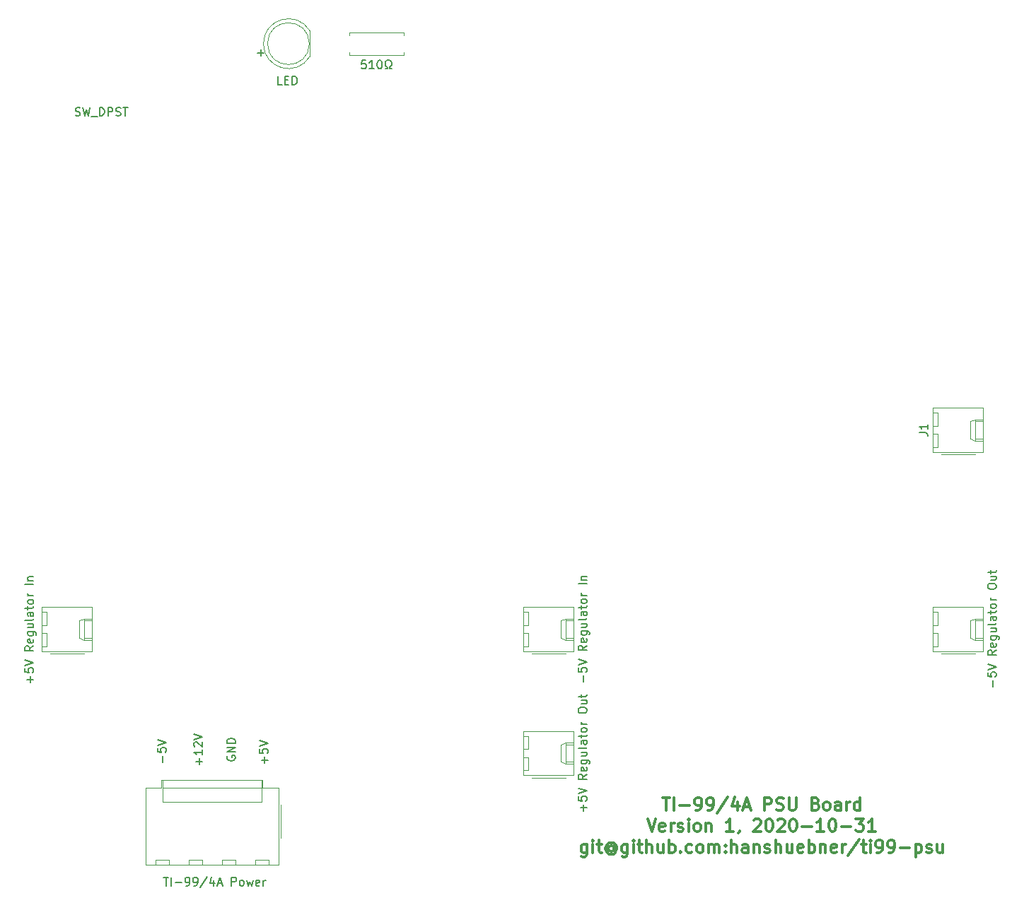
<source format=gbr>
G04 #@! TF.GenerationSoftware,KiCad,Pcbnew,(5.1.5-0-10_14)*
G04 #@! TF.CreationDate,2020-10-31T12:06:31+01:00*
G04 #@! TF.ProjectId,ti99-psu,74693939-2d70-4737-952e-6b696361645f,rev?*
G04 #@! TF.SameCoordinates,Original*
G04 #@! TF.FileFunction,Legend,Top*
G04 #@! TF.FilePolarity,Positive*
%FSLAX46Y46*%
G04 Gerber Fmt 4.6, Leading zero omitted, Abs format (unit mm)*
G04 Created by KiCad (PCBNEW (5.1.5-0-10_14)) date 2020-10-31 12:06:31*
%MOMM*%
%LPD*%
G04 APERTURE LIST*
%ADD10C,0.300000*%
%ADD11C,0.203000*%
%ADD12C,0.120000*%
%ADD13C,0.150000*%
G04 APERTURE END LIST*
D10*
X114309428Y-141980071D02*
X115166571Y-141980071D01*
X114738000Y-143480071D02*
X114738000Y-141980071D01*
X115666571Y-143480071D02*
X115666571Y-141980071D01*
X116380857Y-142908642D02*
X117523714Y-142908642D01*
X118309428Y-143480071D02*
X118595142Y-143480071D01*
X118738000Y-143408642D01*
X118809428Y-143337214D01*
X118952285Y-143122928D01*
X119023714Y-142837214D01*
X119023714Y-142265785D01*
X118952285Y-142122928D01*
X118880857Y-142051500D01*
X118738000Y-141980071D01*
X118452285Y-141980071D01*
X118309428Y-142051500D01*
X118238000Y-142122928D01*
X118166571Y-142265785D01*
X118166571Y-142622928D01*
X118238000Y-142765785D01*
X118309428Y-142837214D01*
X118452285Y-142908642D01*
X118738000Y-142908642D01*
X118880857Y-142837214D01*
X118952285Y-142765785D01*
X119023714Y-142622928D01*
X119738000Y-143480071D02*
X120023714Y-143480071D01*
X120166571Y-143408642D01*
X120238000Y-143337214D01*
X120380857Y-143122928D01*
X120452285Y-142837214D01*
X120452285Y-142265785D01*
X120380857Y-142122928D01*
X120309428Y-142051500D01*
X120166571Y-141980071D01*
X119880857Y-141980071D01*
X119738000Y-142051500D01*
X119666571Y-142122928D01*
X119595142Y-142265785D01*
X119595142Y-142622928D01*
X119666571Y-142765785D01*
X119738000Y-142837214D01*
X119880857Y-142908642D01*
X120166571Y-142908642D01*
X120309428Y-142837214D01*
X120380857Y-142765785D01*
X120452285Y-142622928D01*
X122166571Y-141908642D02*
X120880857Y-143837214D01*
X123309428Y-142480071D02*
X123309428Y-143480071D01*
X122952285Y-141908642D02*
X122595142Y-142980071D01*
X123523714Y-142980071D01*
X124023714Y-143051500D02*
X124738000Y-143051500D01*
X123880857Y-143480071D02*
X124380857Y-141980071D01*
X124880857Y-143480071D01*
X126523714Y-143480071D02*
X126523714Y-141980071D01*
X127095142Y-141980071D01*
X127238000Y-142051500D01*
X127309428Y-142122928D01*
X127380857Y-142265785D01*
X127380857Y-142480071D01*
X127309428Y-142622928D01*
X127238000Y-142694357D01*
X127095142Y-142765785D01*
X126523714Y-142765785D01*
X127952285Y-143408642D02*
X128166571Y-143480071D01*
X128523714Y-143480071D01*
X128666571Y-143408642D01*
X128738000Y-143337214D01*
X128809428Y-143194357D01*
X128809428Y-143051500D01*
X128738000Y-142908642D01*
X128666571Y-142837214D01*
X128523714Y-142765785D01*
X128238000Y-142694357D01*
X128095142Y-142622928D01*
X128023714Y-142551500D01*
X127952285Y-142408642D01*
X127952285Y-142265785D01*
X128023714Y-142122928D01*
X128095142Y-142051500D01*
X128238000Y-141980071D01*
X128595142Y-141980071D01*
X128809428Y-142051500D01*
X129452285Y-141980071D02*
X129452285Y-143194357D01*
X129523714Y-143337214D01*
X129595142Y-143408642D01*
X129738000Y-143480071D01*
X130023714Y-143480071D01*
X130166571Y-143408642D01*
X130238000Y-143337214D01*
X130309428Y-143194357D01*
X130309428Y-141980071D01*
X132666571Y-142694357D02*
X132880857Y-142765785D01*
X132952285Y-142837214D01*
X133023714Y-142980071D01*
X133023714Y-143194357D01*
X132952285Y-143337214D01*
X132880857Y-143408642D01*
X132738000Y-143480071D01*
X132166571Y-143480071D01*
X132166571Y-141980071D01*
X132666571Y-141980071D01*
X132809428Y-142051500D01*
X132880857Y-142122928D01*
X132952285Y-142265785D01*
X132952285Y-142408642D01*
X132880857Y-142551500D01*
X132809428Y-142622928D01*
X132666571Y-142694357D01*
X132166571Y-142694357D01*
X133880857Y-143480071D02*
X133738000Y-143408642D01*
X133666571Y-143337214D01*
X133595142Y-143194357D01*
X133595142Y-142765785D01*
X133666571Y-142622928D01*
X133738000Y-142551500D01*
X133880857Y-142480071D01*
X134095142Y-142480071D01*
X134238000Y-142551500D01*
X134309428Y-142622928D01*
X134380857Y-142765785D01*
X134380857Y-143194357D01*
X134309428Y-143337214D01*
X134238000Y-143408642D01*
X134095142Y-143480071D01*
X133880857Y-143480071D01*
X135666571Y-143480071D02*
X135666571Y-142694357D01*
X135595142Y-142551500D01*
X135452285Y-142480071D01*
X135166571Y-142480071D01*
X135023714Y-142551500D01*
X135666571Y-143408642D02*
X135523714Y-143480071D01*
X135166571Y-143480071D01*
X135023714Y-143408642D01*
X134952285Y-143265785D01*
X134952285Y-143122928D01*
X135023714Y-142980071D01*
X135166571Y-142908642D01*
X135523714Y-142908642D01*
X135666571Y-142837214D01*
X136380857Y-143480071D02*
X136380857Y-142480071D01*
X136380857Y-142765785D02*
X136452285Y-142622928D01*
X136523714Y-142551500D01*
X136666571Y-142480071D01*
X136809428Y-142480071D01*
X137952285Y-143480071D02*
X137952285Y-141980071D01*
X137952285Y-143408642D02*
X137809428Y-143480071D01*
X137523714Y-143480071D01*
X137380857Y-143408642D01*
X137309428Y-143337214D01*
X137238000Y-143194357D01*
X137238000Y-142765785D01*
X137309428Y-142622928D01*
X137380857Y-142551500D01*
X137523714Y-142480071D01*
X137809428Y-142480071D01*
X137952285Y-142551500D01*
X112523714Y-144530071D02*
X113023714Y-146030071D01*
X113523714Y-144530071D01*
X114595142Y-145958642D02*
X114452285Y-146030071D01*
X114166571Y-146030071D01*
X114023714Y-145958642D01*
X113952285Y-145815785D01*
X113952285Y-145244357D01*
X114023714Y-145101500D01*
X114166571Y-145030071D01*
X114452285Y-145030071D01*
X114595142Y-145101500D01*
X114666571Y-145244357D01*
X114666571Y-145387214D01*
X113952285Y-145530071D01*
X115309428Y-146030071D02*
X115309428Y-145030071D01*
X115309428Y-145315785D02*
X115380857Y-145172928D01*
X115452285Y-145101500D01*
X115595142Y-145030071D01*
X115737999Y-145030071D01*
X116166571Y-145958642D02*
X116309428Y-146030071D01*
X116595142Y-146030071D01*
X116737999Y-145958642D01*
X116809428Y-145815785D01*
X116809428Y-145744357D01*
X116737999Y-145601500D01*
X116595142Y-145530071D01*
X116380857Y-145530071D01*
X116237999Y-145458642D01*
X116166571Y-145315785D01*
X116166571Y-145244357D01*
X116237999Y-145101500D01*
X116380857Y-145030071D01*
X116595142Y-145030071D01*
X116737999Y-145101500D01*
X117452285Y-146030071D02*
X117452285Y-145030071D01*
X117452285Y-144530071D02*
X117380857Y-144601500D01*
X117452285Y-144672928D01*
X117523714Y-144601500D01*
X117452285Y-144530071D01*
X117452285Y-144672928D01*
X118380857Y-146030071D02*
X118237999Y-145958642D01*
X118166571Y-145887214D01*
X118095142Y-145744357D01*
X118095142Y-145315785D01*
X118166571Y-145172928D01*
X118237999Y-145101500D01*
X118380857Y-145030071D01*
X118595142Y-145030071D01*
X118738000Y-145101500D01*
X118809428Y-145172928D01*
X118880857Y-145315785D01*
X118880857Y-145744357D01*
X118809428Y-145887214D01*
X118738000Y-145958642D01*
X118595142Y-146030071D01*
X118380857Y-146030071D01*
X119523714Y-145030071D02*
X119523714Y-146030071D01*
X119523714Y-145172928D02*
X119595142Y-145101500D01*
X119738000Y-145030071D01*
X119952285Y-145030071D01*
X120095142Y-145101500D01*
X120166571Y-145244357D01*
X120166571Y-146030071D01*
X122809428Y-146030071D02*
X121952285Y-146030071D01*
X122380857Y-146030071D02*
X122380857Y-144530071D01*
X122238000Y-144744357D01*
X122095142Y-144887214D01*
X121952285Y-144958642D01*
X123523714Y-145958642D02*
X123523714Y-146030071D01*
X123452285Y-146172928D01*
X123380857Y-146244357D01*
X125238000Y-144672928D02*
X125309428Y-144601500D01*
X125452285Y-144530071D01*
X125809428Y-144530071D01*
X125952285Y-144601500D01*
X126023714Y-144672928D01*
X126095142Y-144815785D01*
X126095142Y-144958642D01*
X126023714Y-145172928D01*
X125166571Y-146030071D01*
X126095142Y-146030071D01*
X127023714Y-144530071D02*
X127166571Y-144530071D01*
X127309428Y-144601500D01*
X127380857Y-144672928D01*
X127452285Y-144815785D01*
X127523714Y-145101500D01*
X127523714Y-145458642D01*
X127452285Y-145744357D01*
X127380857Y-145887214D01*
X127309428Y-145958642D01*
X127166571Y-146030071D01*
X127023714Y-146030071D01*
X126880857Y-145958642D01*
X126809428Y-145887214D01*
X126738000Y-145744357D01*
X126666571Y-145458642D01*
X126666571Y-145101500D01*
X126738000Y-144815785D01*
X126809428Y-144672928D01*
X126880857Y-144601500D01*
X127023714Y-144530071D01*
X128095142Y-144672928D02*
X128166571Y-144601500D01*
X128309428Y-144530071D01*
X128666571Y-144530071D01*
X128809428Y-144601500D01*
X128880857Y-144672928D01*
X128952285Y-144815785D01*
X128952285Y-144958642D01*
X128880857Y-145172928D01*
X128023714Y-146030071D01*
X128952285Y-146030071D01*
X129880857Y-144530071D02*
X130023714Y-144530071D01*
X130166571Y-144601500D01*
X130238000Y-144672928D01*
X130309428Y-144815785D01*
X130380857Y-145101500D01*
X130380857Y-145458642D01*
X130309428Y-145744357D01*
X130238000Y-145887214D01*
X130166571Y-145958642D01*
X130023714Y-146030071D01*
X129880857Y-146030071D01*
X129738000Y-145958642D01*
X129666571Y-145887214D01*
X129595142Y-145744357D01*
X129523714Y-145458642D01*
X129523714Y-145101500D01*
X129595142Y-144815785D01*
X129666571Y-144672928D01*
X129738000Y-144601500D01*
X129880857Y-144530071D01*
X131023714Y-145458642D02*
X132166571Y-145458642D01*
X133666571Y-146030071D02*
X132809428Y-146030071D01*
X133238000Y-146030071D02*
X133238000Y-144530071D01*
X133095142Y-144744357D01*
X132952285Y-144887214D01*
X132809428Y-144958642D01*
X134595142Y-144530071D02*
X134738000Y-144530071D01*
X134880857Y-144601500D01*
X134952285Y-144672928D01*
X135023714Y-144815785D01*
X135095142Y-145101500D01*
X135095142Y-145458642D01*
X135023714Y-145744357D01*
X134952285Y-145887214D01*
X134880857Y-145958642D01*
X134738000Y-146030071D01*
X134595142Y-146030071D01*
X134452285Y-145958642D01*
X134380857Y-145887214D01*
X134309428Y-145744357D01*
X134238000Y-145458642D01*
X134238000Y-145101500D01*
X134309428Y-144815785D01*
X134380857Y-144672928D01*
X134452285Y-144601500D01*
X134595142Y-144530071D01*
X135738000Y-145458642D02*
X136880857Y-145458642D01*
X137452285Y-144530071D02*
X138380857Y-144530071D01*
X137880857Y-145101500D01*
X138095142Y-145101500D01*
X138238000Y-145172928D01*
X138309428Y-145244357D01*
X138380857Y-145387214D01*
X138380857Y-145744357D01*
X138309428Y-145887214D01*
X138238000Y-145958642D01*
X138095142Y-146030071D01*
X137666571Y-146030071D01*
X137523714Y-145958642D01*
X137452285Y-145887214D01*
X139809428Y-146030071D02*
X138952285Y-146030071D01*
X139380857Y-146030071D02*
X139380857Y-144530071D01*
X139238000Y-144744357D01*
X139095142Y-144887214D01*
X138952285Y-144958642D01*
X105273714Y-147580071D02*
X105273714Y-148794357D01*
X105202285Y-148937214D01*
X105130857Y-149008642D01*
X104988000Y-149080071D01*
X104773714Y-149080071D01*
X104630857Y-149008642D01*
X105273714Y-148508642D02*
X105130857Y-148580071D01*
X104845142Y-148580071D01*
X104702285Y-148508642D01*
X104630857Y-148437214D01*
X104559428Y-148294357D01*
X104559428Y-147865785D01*
X104630857Y-147722928D01*
X104702285Y-147651500D01*
X104845142Y-147580071D01*
X105130857Y-147580071D01*
X105273714Y-147651500D01*
X105988000Y-148580071D02*
X105988000Y-147580071D01*
X105988000Y-147080071D02*
X105916571Y-147151500D01*
X105988000Y-147222928D01*
X106059428Y-147151500D01*
X105988000Y-147080071D01*
X105988000Y-147222928D01*
X106488000Y-147580071D02*
X107059428Y-147580071D01*
X106702285Y-147080071D02*
X106702285Y-148365785D01*
X106773714Y-148508642D01*
X106916571Y-148580071D01*
X107059428Y-148580071D01*
X108488000Y-147865785D02*
X108416571Y-147794357D01*
X108273714Y-147722928D01*
X108130857Y-147722928D01*
X107988000Y-147794357D01*
X107916571Y-147865785D01*
X107845142Y-148008642D01*
X107845142Y-148151500D01*
X107916571Y-148294357D01*
X107988000Y-148365785D01*
X108130857Y-148437214D01*
X108273714Y-148437214D01*
X108416571Y-148365785D01*
X108488000Y-148294357D01*
X108488000Y-147722928D02*
X108488000Y-148294357D01*
X108559428Y-148365785D01*
X108630857Y-148365785D01*
X108773714Y-148294357D01*
X108845142Y-148151500D01*
X108845142Y-147794357D01*
X108702285Y-147580071D01*
X108488000Y-147437214D01*
X108202285Y-147365785D01*
X107916571Y-147437214D01*
X107702285Y-147580071D01*
X107559428Y-147794357D01*
X107488000Y-148080071D01*
X107559428Y-148365785D01*
X107702285Y-148580071D01*
X107916571Y-148722928D01*
X108202285Y-148794357D01*
X108488000Y-148722928D01*
X108702285Y-148580071D01*
X110130857Y-147580071D02*
X110130857Y-148794357D01*
X110059428Y-148937214D01*
X109988000Y-149008642D01*
X109845142Y-149080071D01*
X109630857Y-149080071D01*
X109488000Y-149008642D01*
X110130857Y-148508642D02*
X109988000Y-148580071D01*
X109702285Y-148580071D01*
X109559428Y-148508642D01*
X109488000Y-148437214D01*
X109416571Y-148294357D01*
X109416571Y-147865785D01*
X109488000Y-147722928D01*
X109559428Y-147651500D01*
X109702285Y-147580071D01*
X109988000Y-147580071D01*
X110130857Y-147651500D01*
X110845142Y-148580071D02*
X110845142Y-147580071D01*
X110845142Y-147080071D02*
X110773714Y-147151500D01*
X110845142Y-147222928D01*
X110916571Y-147151500D01*
X110845142Y-147080071D01*
X110845142Y-147222928D01*
X111345142Y-147580071D02*
X111916571Y-147580071D01*
X111559428Y-147080071D02*
X111559428Y-148365785D01*
X111630857Y-148508642D01*
X111773714Y-148580071D01*
X111916571Y-148580071D01*
X112416571Y-148580071D02*
X112416571Y-147080071D01*
X113059428Y-148580071D02*
X113059428Y-147794357D01*
X112988000Y-147651500D01*
X112845142Y-147580071D01*
X112630857Y-147580071D01*
X112488000Y-147651500D01*
X112416571Y-147722928D01*
X114416571Y-147580071D02*
X114416571Y-148580071D01*
X113773714Y-147580071D02*
X113773714Y-148365785D01*
X113845142Y-148508642D01*
X113988000Y-148580071D01*
X114202285Y-148580071D01*
X114345142Y-148508642D01*
X114416571Y-148437214D01*
X115130857Y-148580071D02*
X115130857Y-147080071D01*
X115130857Y-147651500D02*
X115273714Y-147580071D01*
X115559428Y-147580071D01*
X115702285Y-147651500D01*
X115773714Y-147722928D01*
X115845142Y-147865785D01*
X115845142Y-148294357D01*
X115773714Y-148437214D01*
X115702285Y-148508642D01*
X115559428Y-148580071D01*
X115273714Y-148580071D01*
X115130857Y-148508642D01*
X116488000Y-148437214D02*
X116559428Y-148508642D01*
X116488000Y-148580071D01*
X116416571Y-148508642D01*
X116488000Y-148437214D01*
X116488000Y-148580071D01*
X117845142Y-148508642D02*
X117702285Y-148580071D01*
X117416571Y-148580071D01*
X117273714Y-148508642D01*
X117202285Y-148437214D01*
X117130857Y-148294357D01*
X117130857Y-147865785D01*
X117202285Y-147722928D01*
X117273714Y-147651500D01*
X117416571Y-147580071D01*
X117702285Y-147580071D01*
X117845142Y-147651500D01*
X118702285Y-148580071D02*
X118559428Y-148508642D01*
X118488000Y-148437214D01*
X118416571Y-148294357D01*
X118416571Y-147865785D01*
X118488000Y-147722928D01*
X118559428Y-147651500D01*
X118702285Y-147580071D01*
X118916571Y-147580071D01*
X119059428Y-147651500D01*
X119130857Y-147722928D01*
X119202285Y-147865785D01*
X119202285Y-148294357D01*
X119130857Y-148437214D01*
X119059428Y-148508642D01*
X118916571Y-148580071D01*
X118702285Y-148580071D01*
X119845142Y-148580071D02*
X119845142Y-147580071D01*
X119845142Y-147722928D02*
X119916571Y-147651500D01*
X120059428Y-147580071D01*
X120273714Y-147580071D01*
X120416571Y-147651500D01*
X120488000Y-147794357D01*
X120488000Y-148580071D01*
X120488000Y-147794357D02*
X120559428Y-147651500D01*
X120702285Y-147580071D01*
X120916571Y-147580071D01*
X121059428Y-147651500D01*
X121130857Y-147794357D01*
X121130857Y-148580071D01*
X121845142Y-148437214D02*
X121916571Y-148508642D01*
X121845142Y-148580071D01*
X121773714Y-148508642D01*
X121845142Y-148437214D01*
X121845142Y-148580071D01*
X121845142Y-147651500D02*
X121916571Y-147722928D01*
X121845142Y-147794357D01*
X121773714Y-147722928D01*
X121845142Y-147651500D01*
X121845142Y-147794357D01*
X122559428Y-148580071D02*
X122559428Y-147080071D01*
X123202285Y-148580071D02*
X123202285Y-147794357D01*
X123130857Y-147651500D01*
X122988000Y-147580071D01*
X122773714Y-147580071D01*
X122630857Y-147651500D01*
X122559428Y-147722928D01*
X124559428Y-148580071D02*
X124559428Y-147794357D01*
X124488000Y-147651500D01*
X124345142Y-147580071D01*
X124059428Y-147580071D01*
X123916571Y-147651500D01*
X124559428Y-148508642D02*
X124416571Y-148580071D01*
X124059428Y-148580071D01*
X123916571Y-148508642D01*
X123845142Y-148365785D01*
X123845142Y-148222928D01*
X123916571Y-148080071D01*
X124059428Y-148008642D01*
X124416571Y-148008642D01*
X124559428Y-147937214D01*
X125273714Y-147580071D02*
X125273714Y-148580071D01*
X125273714Y-147722928D02*
X125345142Y-147651500D01*
X125488000Y-147580071D01*
X125702285Y-147580071D01*
X125845142Y-147651500D01*
X125916571Y-147794357D01*
X125916571Y-148580071D01*
X126559428Y-148508642D02*
X126702285Y-148580071D01*
X126988000Y-148580071D01*
X127130857Y-148508642D01*
X127202285Y-148365785D01*
X127202285Y-148294357D01*
X127130857Y-148151500D01*
X126988000Y-148080071D01*
X126773714Y-148080071D01*
X126630857Y-148008642D01*
X126559428Y-147865785D01*
X126559428Y-147794357D01*
X126630857Y-147651500D01*
X126773714Y-147580071D01*
X126988000Y-147580071D01*
X127130857Y-147651500D01*
X127845142Y-148580071D02*
X127845142Y-147080071D01*
X128488000Y-148580071D02*
X128488000Y-147794357D01*
X128416571Y-147651500D01*
X128273714Y-147580071D01*
X128059428Y-147580071D01*
X127916571Y-147651500D01*
X127845142Y-147722928D01*
X129845142Y-147580071D02*
X129845142Y-148580071D01*
X129202285Y-147580071D02*
X129202285Y-148365785D01*
X129273714Y-148508642D01*
X129416571Y-148580071D01*
X129630857Y-148580071D01*
X129773714Y-148508642D01*
X129845142Y-148437214D01*
X131130857Y-148508642D02*
X130988000Y-148580071D01*
X130702285Y-148580071D01*
X130559428Y-148508642D01*
X130488000Y-148365785D01*
X130488000Y-147794357D01*
X130559428Y-147651500D01*
X130702285Y-147580071D01*
X130988000Y-147580071D01*
X131130857Y-147651500D01*
X131202285Y-147794357D01*
X131202285Y-147937214D01*
X130488000Y-148080071D01*
X131845142Y-148580071D02*
X131845142Y-147080071D01*
X131845142Y-147651500D02*
X131988000Y-147580071D01*
X132273714Y-147580071D01*
X132416571Y-147651500D01*
X132488000Y-147722928D01*
X132559428Y-147865785D01*
X132559428Y-148294357D01*
X132488000Y-148437214D01*
X132416571Y-148508642D01*
X132273714Y-148580071D01*
X131988000Y-148580071D01*
X131845142Y-148508642D01*
X133202285Y-147580071D02*
X133202285Y-148580071D01*
X133202285Y-147722928D02*
X133273714Y-147651500D01*
X133416571Y-147580071D01*
X133630857Y-147580071D01*
X133773714Y-147651500D01*
X133845142Y-147794357D01*
X133845142Y-148580071D01*
X135130857Y-148508642D02*
X134988000Y-148580071D01*
X134702285Y-148580071D01*
X134559428Y-148508642D01*
X134488000Y-148365785D01*
X134488000Y-147794357D01*
X134559428Y-147651500D01*
X134702285Y-147580071D01*
X134988000Y-147580071D01*
X135130857Y-147651500D01*
X135202285Y-147794357D01*
X135202285Y-147937214D01*
X134488000Y-148080071D01*
X135845142Y-148580071D02*
X135845142Y-147580071D01*
X135845142Y-147865785D02*
X135916571Y-147722928D01*
X135988000Y-147651500D01*
X136130857Y-147580071D01*
X136273714Y-147580071D01*
X137845142Y-147008642D02*
X136559428Y-148937214D01*
X138130857Y-147580071D02*
X138702285Y-147580071D01*
X138345142Y-147080071D02*
X138345142Y-148365785D01*
X138416571Y-148508642D01*
X138559428Y-148580071D01*
X138702285Y-148580071D01*
X139202285Y-148580071D02*
X139202285Y-147580071D01*
X139202285Y-147080071D02*
X139130857Y-147151500D01*
X139202285Y-147222928D01*
X139273714Y-147151500D01*
X139202285Y-147080071D01*
X139202285Y-147222928D01*
X139988000Y-148580071D02*
X140273714Y-148580071D01*
X140416571Y-148508642D01*
X140488000Y-148437214D01*
X140630857Y-148222928D01*
X140702285Y-147937214D01*
X140702285Y-147365785D01*
X140630857Y-147222928D01*
X140559428Y-147151500D01*
X140416571Y-147080071D01*
X140130857Y-147080071D01*
X139988000Y-147151500D01*
X139916571Y-147222928D01*
X139845142Y-147365785D01*
X139845142Y-147722928D01*
X139916571Y-147865785D01*
X139988000Y-147937214D01*
X140130857Y-148008642D01*
X140416571Y-148008642D01*
X140559428Y-147937214D01*
X140630857Y-147865785D01*
X140702285Y-147722928D01*
X141416571Y-148580071D02*
X141702285Y-148580071D01*
X141845142Y-148508642D01*
X141916571Y-148437214D01*
X142059428Y-148222928D01*
X142130857Y-147937214D01*
X142130857Y-147365785D01*
X142059428Y-147222928D01*
X141988000Y-147151500D01*
X141845142Y-147080071D01*
X141559428Y-147080071D01*
X141416571Y-147151500D01*
X141345142Y-147222928D01*
X141273714Y-147365785D01*
X141273714Y-147722928D01*
X141345142Y-147865785D01*
X141416571Y-147937214D01*
X141559428Y-148008642D01*
X141845142Y-148008642D01*
X141988000Y-147937214D01*
X142059428Y-147865785D01*
X142130857Y-147722928D01*
X142773714Y-148008642D02*
X143916571Y-148008642D01*
X144630857Y-147580071D02*
X144630857Y-149080071D01*
X144630857Y-147651500D02*
X144773714Y-147580071D01*
X145059428Y-147580071D01*
X145202285Y-147651500D01*
X145273714Y-147722928D01*
X145345142Y-147865785D01*
X145345142Y-148294357D01*
X145273714Y-148437214D01*
X145202285Y-148508642D01*
X145059428Y-148580071D01*
X144773714Y-148580071D01*
X144630857Y-148508642D01*
X145916571Y-148508642D02*
X146059428Y-148580071D01*
X146345142Y-148580071D01*
X146488000Y-148508642D01*
X146559428Y-148365785D01*
X146559428Y-148294357D01*
X146488000Y-148151500D01*
X146345142Y-148080071D01*
X146130857Y-148080071D01*
X145988000Y-148008642D01*
X145916571Y-147865785D01*
X145916571Y-147794357D01*
X145988000Y-147651500D01*
X146130857Y-147580071D01*
X146345142Y-147580071D01*
X146488000Y-147651500D01*
X147845142Y-147580071D02*
X147845142Y-148580071D01*
X147202285Y-147580071D02*
X147202285Y-148365785D01*
X147273714Y-148508642D01*
X147416571Y-148580071D01*
X147630857Y-148580071D01*
X147773714Y-148508642D01*
X147845142Y-148437214D01*
D11*
X66682928Y-137869454D02*
X66682928Y-137107550D01*
X67063880Y-137488502D02*
X66301976Y-137488502D01*
X66063880Y-136155169D02*
X66063880Y-136631359D01*
X66540071Y-136678978D01*
X66492452Y-136631359D01*
X66444833Y-136536121D01*
X66444833Y-136298026D01*
X66492452Y-136202788D01*
X66540071Y-136155169D01*
X66635309Y-136107550D01*
X66873404Y-136107550D01*
X66968642Y-136155169D01*
X67016261Y-136202788D01*
X67063880Y-136298026D01*
X67063880Y-136536121D01*
X67016261Y-136631359D01*
X66968642Y-136678978D01*
X66063880Y-135821835D02*
X67063880Y-135488502D01*
X66063880Y-135155169D01*
X58846928Y-138004454D02*
X58846928Y-137242550D01*
X59227880Y-137623502D02*
X58465976Y-137623502D01*
X59227880Y-136242550D02*
X59227880Y-136813978D01*
X59227880Y-136528264D02*
X58227880Y-136528264D01*
X58370738Y-136623502D01*
X58465976Y-136718740D01*
X58513595Y-136813978D01*
X58323119Y-135861597D02*
X58275500Y-135813978D01*
X58227880Y-135718740D01*
X58227880Y-135480645D01*
X58275500Y-135385407D01*
X58323119Y-135337788D01*
X58418357Y-135290169D01*
X58513595Y-135290169D01*
X58656452Y-135337788D01*
X59227880Y-135909216D01*
X59227880Y-135290169D01*
X58227880Y-135004454D02*
X59227880Y-134671121D01*
X58227880Y-134337788D01*
X62212500Y-136979645D02*
X62164880Y-137074883D01*
X62164880Y-137217740D01*
X62212500Y-137360597D01*
X62307738Y-137455835D01*
X62402976Y-137503454D01*
X62593452Y-137551073D01*
X62736309Y-137551073D01*
X62926785Y-137503454D01*
X63022023Y-137455835D01*
X63117261Y-137360597D01*
X63164880Y-137217740D01*
X63164880Y-137122502D01*
X63117261Y-136979645D01*
X63069642Y-136932026D01*
X62736309Y-136932026D01*
X62736309Y-137122502D01*
X63164880Y-136503454D02*
X62164880Y-136503454D01*
X63164880Y-135932026D01*
X62164880Y-135932026D01*
X63164880Y-135455835D02*
X62164880Y-135455835D01*
X62164880Y-135217740D01*
X62212500Y-135074883D01*
X62307738Y-134979645D01*
X62402976Y-134932026D01*
X62593452Y-134884407D01*
X62736309Y-134884407D01*
X62926785Y-134932026D01*
X63022023Y-134979645D01*
X63117261Y-135074883D01*
X63164880Y-135217740D01*
X63164880Y-135455835D01*
X54490928Y-137742454D02*
X54490928Y-136980550D01*
X53871880Y-136028169D02*
X53871880Y-136504359D01*
X54348071Y-136551978D01*
X54300452Y-136504359D01*
X54252833Y-136409121D01*
X54252833Y-136171026D01*
X54300452Y-136075788D01*
X54348071Y-136028169D01*
X54443309Y-135980550D01*
X54681404Y-135980550D01*
X54776642Y-136028169D01*
X54824261Y-136075788D01*
X54871880Y-136171026D01*
X54871880Y-136409121D01*
X54824261Y-136504359D01*
X54776642Y-136551978D01*
X53871880Y-135694835D02*
X54871880Y-135361502D01*
X53871880Y-135028169D01*
X65838545Y-52712928D02*
X66600450Y-52712928D01*
X66219497Y-53093880D02*
X66219497Y-52331976D01*
D12*
X72092500Y-53170500D02*
X72092500Y-50080500D01*
X72032500Y-51625500D02*
G75*
G03X72032500Y-51625500I-2500000J0D01*
G01*
X66542500Y-51625962D02*
G75*
G02X72092500Y-50080670I2990000J462D01*
G01*
X66542500Y-51625038D02*
G75*
G03X72092500Y-53170330I2990000J-462D01*
G01*
X53660000Y-149463500D02*
X53660000Y-150063500D01*
X55260000Y-149463500D02*
X53660000Y-149463500D01*
X55260000Y-150063500D02*
X55260000Y-149463500D01*
X57620000Y-149463500D02*
X57620000Y-150063500D01*
X59220000Y-149463500D02*
X57620000Y-149463500D01*
X59220000Y-150063500D02*
X59220000Y-149463500D01*
X61580000Y-149463500D02*
X61580000Y-150063500D01*
X63180000Y-149463500D02*
X61580000Y-149463500D01*
X63180000Y-150063500D02*
X63180000Y-149463500D01*
X65540000Y-149463500D02*
X65540000Y-150063500D01*
X67140000Y-149463500D02*
X65540000Y-149463500D01*
X67140000Y-150063500D02*
X67140000Y-149463500D01*
X54460000Y-142503500D02*
X54460000Y-140833500D01*
X66340000Y-142503500D02*
X54460000Y-142503500D01*
X66340000Y-140833500D02*
X66340000Y-142503500D01*
X54460000Y-140833500D02*
X54460000Y-139833500D01*
X66340000Y-140833500D02*
X54460000Y-140833500D01*
X66340000Y-139833500D02*
X66340000Y-140833500D01*
X68650000Y-146843500D02*
X68650000Y-142843500D01*
X68360000Y-140838500D02*
X68360000Y-150063500D01*
X66455000Y-140838500D02*
X68360000Y-140838500D01*
X66455000Y-139833500D02*
X66455000Y-140838500D01*
X54345000Y-139833500D02*
X66455000Y-139833500D01*
X54345000Y-140838500D02*
X54345000Y-139833500D01*
X52440000Y-140838500D02*
X54345000Y-140838500D01*
X52440000Y-150063500D02*
X52440000Y-140838500D01*
X68360000Y-150063500D02*
X52440000Y-150063500D01*
X83343500Y-52995500D02*
X83343500Y-52665500D01*
X76803500Y-52995500D02*
X83343500Y-52995500D01*
X76803500Y-52665500D02*
X76803500Y-52995500D01*
X83343500Y-50255500D02*
X83343500Y-50585500D01*
X76803500Y-50255500D02*
X83343500Y-50255500D01*
X76803500Y-50585500D02*
X76803500Y-50255500D01*
X98281000Y-134582000D02*
X97681000Y-134582000D01*
X98281000Y-136182000D02*
X98281000Y-134582000D01*
X97681000Y-136182000D02*
X98281000Y-136182000D01*
X98281000Y-137122000D02*
X97681000Y-137122000D01*
X98281000Y-138722000D02*
X98281000Y-137122000D01*
X97681000Y-138722000D02*
X98281000Y-138722000D01*
X103701000Y-135632000D02*
X102701000Y-135632000D01*
X103701000Y-137672000D02*
X102701000Y-137672000D01*
X102171000Y-135632000D02*
X102701000Y-135382000D01*
X102171000Y-137672000D02*
X102171000Y-135632000D01*
X102701000Y-137922000D02*
X102171000Y-137672000D01*
X102701000Y-135382000D02*
X103701000Y-135382000D01*
X102701000Y-137922000D02*
X102701000Y-135382000D01*
X103701000Y-137922000D02*
X102701000Y-137922000D01*
X98711000Y-139592000D02*
X102711000Y-139592000D01*
X97681000Y-134002000D02*
X97681000Y-139302000D01*
X103701000Y-134002000D02*
X97681000Y-134002000D01*
X103701000Y-139302000D02*
X103701000Y-134002000D01*
X97681000Y-139302000D02*
X103701000Y-139302000D01*
X147303000Y-119723000D02*
X146703000Y-119723000D01*
X147303000Y-121323000D02*
X147303000Y-119723000D01*
X146703000Y-121323000D02*
X147303000Y-121323000D01*
X147303000Y-122263000D02*
X146703000Y-122263000D01*
X147303000Y-123863000D02*
X147303000Y-122263000D01*
X146703000Y-123863000D02*
X147303000Y-123863000D01*
X152723000Y-120773000D02*
X151723000Y-120773000D01*
X152723000Y-122813000D02*
X151723000Y-122813000D01*
X151193000Y-120773000D02*
X151723000Y-120523000D01*
X151193000Y-122813000D02*
X151193000Y-120773000D01*
X151723000Y-123063000D02*
X151193000Y-122813000D01*
X151723000Y-120523000D02*
X152723000Y-120523000D01*
X151723000Y-123063000D02*
X151723000Y-120523000D01*
X152723000Y-123063000D02*
X151723000Y-123063000D01*
X147733000Y-124733000D02*
X151733000Y-124733000D01*
X146703000Y-119143000D02*
X146703000Y-124443000D01*
X152723000Y-119143000D02*
X146703000Y-119143000D01*
X152723000Y-124443000D02*
X152723000Y-119143000D01*
X146703000Y-124443000D02*
X152723000Y-124443000D01*
X40623000Y-119723000D02*
X40023000Y-119723000D01*
X40623000Y-121323000D02*
X40623000Y-119723000D01*
X40023000Y-121323000D02*
X40623000Y-121323000D01*
X40623000Y-122263000D02*
X40023000Y-122263000D01*
X40623000Y-123863000D02*
X40623000Y-122263000D01*
X40023000Y-123863000D02*
X40623000Y-123863000D01*
X46043000Y-120773000D02*
X45043000Y-120773000D01*
X46043000Y-122813000D02*
X45043000Y-122813000D01*
X44513000Y-120773000D02*
X45043000Y-120523000D01*
X44513000Y-122813000D02*
X44513000Y-120773000D01*
X45043000Y-123063000D02*
X44513000Y-122813000D01*
X45043000Y-120523000D02*
X46043000Y-120523000D01*
X45043000Y-123063000D02*
X45043000Y-120523000D01*
X46043000Y-123063000D02*
X45043000Y-123063000D01*
X41053000Y-124733000D02*
X45053000Y-124733000D01*
X40023000Y-119143000D02*
X40023000Y-124443000D01*
X46043000Y-119143000D02*
X40023000Y-119143000D01*
X46043000Y-124443000D02*
X46043000Y-119143000D01*
X40023000Y-124443000D02*
X46043000Y-124443000D01*
X98281000Y-119723000D02*
X97681000Y-119723000D01*
X98281000Y-121323000D02*
X98281000Y-119723000D01*
X97681000Y-121323000D02*
X98281000Y-121323000D01*
X98281000Y-122263000D02*
X97681000Y-122263000D01*
X98281000Y-123863000D02*
X98281000Y-122263000D01*
X97681000Y-123863000D02*
X98281000Y-123863000D01*
X103701000Y-120773000D02*
X102701000Y-120773000D01*
X103701000Y-122813000D02*
X102701000Y-122813000D01*
X102171000Y-120773000D02*
X102701000Y-120523000D01*
X102171000Y-122813000D02*
X102171000Y-120773000D01*
X102701000Y-123063000D02*
X102171000Y-122813000D01*
X102701000Y-120523000D02*
X103701000Y-120523000D01*
X102701000Y-123063000D02*
X102701000Y-120523000D01*
X103701000Y-123063000D02*
X102701000Y-123063000D01*
X98711000Y-124733000D02*
X102711000Y-124733000D01*
X97681000Y-119143000D02*
X97681000Y-124443000D01*
X103701000Y-119143000D02*
X97681000Y-119143000D01*
X103701000Y-124443000D02*
X103701000Y-119143000D01*
X97681000Y-124443000D02*
X103701000Y-124443000D01*
X147303000Y-95847000D02*
X146703000Y-95847000D01*
X147303000Y-97447000D02*
X147303000Y-95847000D01*
X146703000Y-97447000D02*
X147303000Y-97447000D01*
X147303000Y-98387000D02*
X146703000Y-98387000D01*
X147303000Y-99987000D02*
X147303000Y-98387000D01*
X146703000Y-99987000D02*
X147303000Y-99987000D01*
X152723000Y-96897000D02*
X151723000Y-96897000D01*
X152723000Y-98937000D02*
X151723000Y-98937000D01*
X151193000Y-96897000D02*
X151723000Y-96647000D01*
X151193000Y-98937000D02*
X151193000Y-96897000D01*
X151723000Y-99187000D02*
X151193000Y-98937000D01*
X151723000Y-96647000D02*
X152723000Y-96647000D01*
X151723000Y-99187000D02*
X151723000Y-96647000D01*
X152723000Y-99187000D02*
X151723000Y-99187000D01*
X147733000Y-100857000D02*
X151733000Y-100857000D01*
X146703000Y-95267000D02*
X146703000Y-100567000D01*
X152723000Y-95267000D02*
X146703000Y-95267000D01*
X152723000Y-100567000D02*
X152723000Y-95267000D01*
X146703000Y-100567000D02*
X152723000Y-100567000D01*
D13*
X68762642Y-56522880D02*
X68286452Y-56522880D01*
X68286452Y-55522880D01*
X69095976Y-55999071D02*
X69429309Y-55999071D01*
X69572166Y-56522880D02*
X69095976Y-56522880D01*
X69095976Y-55522880D01*
X69572166Y-55522880D01*
X70000738Y-56522880D02*
X70000738Y-55522880D01*
X70238833Y-55522880D01*
X70381690Y-55570500D01*
X70476928Y-55665738D01*
X70524547Y-55760976D01*
X70572166Y-55951452D01*
X70572166Y-56094309D01*
X70524547Y-56284785D01*
X70476928Y-56380023D01*
X70381690Y-56475261D01*
X70238833Y-56522880D01*
X70000738Y-56522880D01*
X44021761Y-60221761D02*
X44164619Y-60269380D01*
X44402714Y-60269380D01*
X44497952Y-60221761D01*
X44545571Y-60174142D01*
X44593190Y-60078904D01*
X44593190Y-59983666D01*
X44545571Y-59888428D01*
X44497952Y-59840809D01*
X44402714Y-59793190D01*
X44212238Y-59745571D01*
X44117000Y-59697952D01*
X44069380Y-59650333D01*
X44021761Y-59555095D01*
X44021761Y-59459857D01*
X44069380Y-59364619D01*
X44117000Y-59317000D01*
X44212238Y-59269380D01*
X44450333Y-59269380D01*
X44593190Y-59317000D01*
X44926523Y-59269380D02*
X45164619Y-60269380D01*
X45355095Y-59555095D01*
X45545571Y-60269380D01*
X45783666Y-59269380D01*
X45926523Y-60364619D02*
X46688428Y-60364619D01*
X46926523Y-60269380D02*
X46926523Y-59269380D01*
X47164619Y-59269380D01*
X47307476Y-59317000D01*
X47402714Y-59412238D01*
X47450333Y-59507476D01*
X47497952Y-59697952D01*
X47497952Y-59840809D01*
X47450333Y-60031285D01*
X47402714Y-60126523D01*
X47307476Y-60221761D01*
X47164619Y-60269380D01*
X46926523Y-60269380D01*
X47926523Y-60269380D02*
X47926523Y-59269380D01*
X48307476Y-59269380D01*
X48402714Y-59317000D01*
X48450333Y-59364619D01*
X48497952Y-59459857D01*
X48497952Y-59602714D01*
X48450333Y-59697952D01*
X48402714Y-59745571D01*
X48307476Y-59793190D01*
X47926523Y-59793190D01*
X48878904Y-60221761D02*
X49021761Y-60269380D01*
X49259857Y-60269380D01*
X49355095Y-60221761D01*
X49402714Y-60174142D01*
X49450333Y-60078904D01*
X49450333Y-59983666D01*
X49402714Y-59888428D01*
X49355095Y-59840809D01*
X49259857Y-59793190D01*
X49069380Y-59745571D01*
X48974142Y-59697952D01*
X48926523Y-59650333D01*
X48878904Y-59555095D01*
X48878904Y-59459857D01*
X48926523Y-59364619D01*
X48974142Y-59317000D01*
X49069380Y-59269380D01*
X49307476Y-59269380D01*
X49450333Y-59317000D01*
X49736047Y-59269380D02*
X50307476Y-59269380D01*
X50021761Y-60269380D02*
X50021761Y-59269380D01*
X54586952Y-151534880D02*
X55158380Y-151534880D01*
X54872666Y-152534880D02*
X54872666Y-151534880D01*
X55491714Y-152534880D02*
X55491714Y-151534880D01*
X55967904Y-152153928D02*
X56729809Y-152153928D01*
X57253619Y-152534880D02*
X57444095Y-152534880D01*
X57539333Y-152487261D01*
X57586952Y-152439642D01*
X57682190Y-152296785D01*
X57729809Y-152106309D01*
X57729809Y-151725357D01*
X57682190Y-151630119D01*
X57634571Y-151582500D01*
X57539333Y-151534880D01*
X57348857Y-151534880D01*
X57253619Y-151582500D01*
X57206000Y-151630119D01*
X57158380Y-151725357D01*
X57158380Y-151963452D01*
X57206000Y-152058690D01*
X57253619Y-152106309D01*
X57348857Y-152153928D01*
X57539333Y-152153928D01*
X57634571Y-152106309D01*
X57682190Y-152058690D01*
X57729809Y-151963452D01*
X58206000Y-152534880D02*
X58396476Y-152534880D01*
X58491714Y-152487261D01*
X58539333Y-152439642D01*
X58634571Y-152296785D01*
X58682190Y-152106309D01*
X58682190Y-151725357D01*
X58634571Y-151630119D01*
X58586952Y-151582500D01*
X58491714Y-151534880D01*
X58301238Y-151534880D01*
X58206000Y-151582500D01*
X58158380Y-151630119D01*
X58110761Y-151725357D01*
X58110761Y-151963452D01*
X58158380Y-152058690D01*
X58206000Y-152106309D01*
X58301238Y-152153928D01*
X58491714Y-152153928D01*
X58586952Y-152106309D01*
X58634571Y-152058690D01*
X58682190Y-151963452D01*
X59825047Y-151487261D02*
X58967904Y-152772976D01*
X60586952Y-151868214D02*
X60586952Y-152534880D01*
X60348857Y-151487261D02*
X60110761Y-152201547D01*
X60729809Y-152201547D01*
X61063142Y-152249166D02*
X61539333Y-152249166D01*
X60967904Y-152534880D02*
X61301238Y-151534880D01*
X61634571Y-152534880D01*
X62729809Y-152534880D02*
X62729809Y-151534880D01*
X63110761Y-151534880D01*
X63206000Y-151582500D01*
X63253619Y-151630119D01*
X63301238Y-151725357D01*
X63301238Y-151868214D01*
X63253619Y-151963452D01*
X63206000Y-152011071D01*
X63110761Y-152058690D01*
X62729809Y-152058690D01*
X63872666Y-152534880D02*
X63777428Y-152487261D01*
X63729809Y-152439642D01*
X63682190Y-152344404D01*
X63682190Y-152058690D01*
X63729809Y-151963452D01*
X63777428Y-151915833D01*
X63872666Y-151868214D01*
X64015523Y-151868214D01*
X64110761Y-151915833D01*
X64158380Y-151963452D01*
X64206000Y-152058690D01*
X64206000Y-152344404D01*
X64158380Y-152439642D01*
X64110761Y-152487261D01*
X64015523Y-152534880D01*
X63872666Y-152534880D01*
X64539333Y-151868214D02*
X64729809Y-152534880D01*
X64920285Y-152058690D01*
X65110761Y-152534880D01*
X65301238Y-151868214D01*
X66063142Y-152487261D02*
X65967904Y-152534880D01*
X65777428Y-152534880D01*
X65682190Y-152487261D01*
X65634571Y-152392023D01*
X65634571Y-152011071D01*
X65682190Y-151915833D01*
X65777428Y-151868214D01*
X65967904Y-151868214D01*
X66063142Y-151915833D01*
X66110761Y-152011071D01*
X66110761Y-152106309D01*
X65634571Y-152201547D01*
X66539333Y-152534880D02*
X66539333Y-151868214D01*
X66539333Y-152058690D02*
X66586952Y-151963452D01*
X66634571Y-151915833D01*
X66729809Y-151868214D01*
X66825047Y-151868214D01*
X78787785Y-53617880D02*
X78311595Y-53617880D01*
X78263976Y-54094071D01*
X78311595Y-54046452D01*
X78406833Y-53998833D01*
X78644928Y-53998833D01*
X78740166Y-54046452D01*
X78787785Y-54094071D01*
X78835404Y-54189309D01*
X78835404Y-54427404D01*
X78787785Y-54522642D01*
X78740166Y-54570261D01*
X78644928Y-54617880D01*
X78406833Y-54617880D01*
X78311595Y-54570261D01*
X78263976Y-54522642D01*
X79787785Y-54617880D02*
X79216357Y-54617880D01*
X79502071Y-54617880D02*
X79502071Y-53617880D01*
X79406833Y-53760738D01*
X79311595Y-53855976D01*
X79216357Y-53903595D01*
X80406833Y-53617880D02*
X80502071Y-53617880D01*
X80597309Y-53665500D01*
X80644928Y-53713119D01*
X80692547Y-53808357D01*
X80740166Y-53998833D01*
X80740166Y-54236928D01*
X80692547Y-54427404D01*
X80644928Y-54522642D01*
X80597309Y-54570261D01*
X80502071Y-54617880D01*
X80406833Y-54617880D01*
X80311595Y-54570261D01*
X80263976Y-54522642D01*
X80216357Y-54427404D01*
X80168738Y-54236928D01*
X80168738Y-53998833D01*
X80216357Y-53808357D01*
X80263976Y-53713119D01*
X80311595Y-53665500D01*
X80406833Y-53617880D01*
X81121119Y-54617880D02*
X81359214Y-54617880D01*
X81359214Y-54427404D01*
X81263976Y-54379785D01*
X81168738Y-54284547D01*
X81121119Y-54141690D01*
X81121119Y-53903595D01*
X81168738Y-53760738D01*
X81263976Y-53665500D01*
X81406833Y-53617880D01*
X81597309Y-53617880D01*
X81740166Y-53665500D01*
X81835404Y-53760738D01*
X81883023Y-53903595D01*
X81883023Y-54141690D01*
X81835404Y-54284547D01*
X81740166Y-54379785D01*
X81644928Y-54427404D01*
X81644928Y-54617880D01*
X81883023Y-54617880D01*
X104862428Y-143556761D02*
X104862428Y-142794857D01*
X105243380Y-143175809D02*
X104481476Y-143175809D01*
X104243380Y-141842476D02*
X104243380Y-142318666D01*
X104719571Y-142366285D01*
X104671952Y-142318666D01*
X104624333Y-142223428D01*
X104624333Y-141985333D01*
X104671952Y-141890095D01*
X104719571Y-141842476D01*
X104814809Y-141794857D01*
X105052904Y-141794857D01*
X105148142Y-141842476D01*
X105195761Y-141890095D01*
X105243380Y-141985333D01*
X105243380Y-142223428D01*
X105195761Y-142318666D01*
X105148142Y-142366285D01*
X104243380Y-141509142D02*
X105243380Y-141175809D01*
X104243380Y-140842476D01*
X105243380Y-139175809D02*
X104767190Y-139509142D01*
X105243380Y-139747238D02*
X104243380Y-139747238D01*
X104243380Y-139366285D01*
X104291000Y-139271047D01*
X104338619Y-139223428D01*
X104433857Y-139175809D01*
X104576714Y-139175809D01*
X104671952Y-139223428D01*
X104719571Y-139271047D01*
X104767190Y-139366285D01*
X104767190Y-139747238D01*
X105195761Y-138366285D02*
X105243380Y-138461523D01*
X105243380Y-138652000D01*
X105195761Y-138747238D01*
X105100523Y-138794857D01*
X104719571Y-138794857D01*
X104624333Y-138747238D01*
X104576714Y-138652000D01*
X104576714Y-138461523D01*
X104624333Y-138366285D01*
X104719571Y-138318666D01*
X104814809Y-138318666D01*
X104910047Y-138794857D01*
X104576714Y-137461523D02*
X105386238Y-137461523D01*
X105481476Y-137509142D01*
X105529095Y-137556761D01*
X105576714Y-137652000D01*
X105576714Y-137794857D01*
X105529095Y-137890095D01*
X105195761Y-137461523D02*
X105243380Y-137556761D01*
X105243380Y-137747238D01*
X105195761Y-137842476D01*
X105148142Y-137890095D01*
X105052904Y-137937714D01*
X104767190Y-137937714D01*
X104671952Y-137890095D01*
X104624333Y-137842476D01*
X104576714Y-137747238D01*
X104576714Y-137556761D01*
X104624333Y-137461523D01*
X104576714Y-136556761D02*
X105243380Y-136556761D01*
X104576714Y-136985333D02*
X105100523Y-136985333D01*
X105195761Y-136937714D01*
X105243380Y-136842476D01*
X105243380Y-136699619D01*
X105195761Y-136604380D01*
X105148142Y-136556761D01*
X105243380Y-135937714D02*
X105195761Y-136032952D01*
X105100523Y-136080571D01*
X104243380Y-136080571D01*
X105243380Y-135128190D02*
X104719571Y-135128190D01*
X104624333Y-135175809D01*
X104576714Y-135271047D01*
X104576714Y-135461523D01*
X104624333Y-135556761D01*
X105195761Y-135128190D02*
X105243380Y-135223428D01*
X105243380Y-135461523D01*
X105195761Y-135556761D01*
X105100523Y-135604380D01*
X105005285Y-135604380D01*
X104910047Y-135556761D01*
X104862428Y-135461523D01*
X104862428Y-135223428D01*
X104814809Y-135128190D01*
X104576714Y-134794857D02*
X104576714Y-134413904D01*
X104243380Y-134652000D02*
X105100523Y-134652000D01*
X105195761Y-134604380D01*
X105243380Y-134509142D01*
X105243380Y-134413904D01*
X105243380Y-133937714D02*
X105195761Y-134032952D01*
X105148142Y-134080571D01*
X105052904Y-134128190D01*
X104767190Y-134128190D01*
X104671952Y-134080571D01*
X104624333Y-134032952D01*
X104576714Y-133937714D01*
X104576714Y-133794857D01*
X104624333Y-133699619D01*
X104671952Y-133652000D01*
X104767190Y-133604380D01*
X105052904Y-133604380D01*
X105148142Y-133652000D01*
X105195761Y-133699619D01*
X105243380Y-133794857D01*
X105243380Y-133937714D01*
X105243380Y-133175809D02*
X104576714Y-133175809D01*
X104767190Y-133175809D02*
X104671952Y-133128190D01*
X104624333Y-133080571D01*
X104576714Y-132985333D01*
X104576714Y-132890095D01*
X104243380Y-131604380D02*
X104243380Y-131413904D01*
X104291000Y-131318666D01*
X104386238Y-131223428D01*
X104576714Y-131175809D01*
X104910047Y-131175809D01*
X105100523Y-131223428D01*
X105195761Y-131318666D01*
X105243380Y-131413904D01*
X105243380Y-131604380D01*
X105195761Y-131699619D01*
X105100523Y-131794857D01*
X104910047Y-131842476D01*
X104576714Y-131842476D01*
X104386238Y-131794857D01*
X104291000Y-131699619D01*
X104243380Y-131604380D01*
X104576714Y-130318666D02*
X105243380Y-130318666D01*
X104576714Y-130747238D02*
X105100523Y-130747238D01*
X105195761Y-130699619D01*
X105243380Y-130604380D01*
X105243380Y-130461523D01*
X105195761Y-130366285D01*
X105148142Y-130318666D01*
X104576714Y-129985333D02*
X104576714Y-129604380D01*
X104243380Y-129842476D02*
X105100523Y-129842476D01*
X105195761Y-129794857D01*
X105243380Y-129699619D01*
X105243380Y-129604380D01*
X153884428Y-128697761D02*
X153884428Y-127935857D01*
X153265380Y-126983476D02*
X153265380Y-127459666D01*
X153741571Y-127507285D01*
X153693952Y-127459666D01*
X153646333Y-127364428D01*
X153646333Y-127126333D01*
X153693952Y-127031095D01*
X153741571Y-126983476D01*
X153836809Y-126935857D01*
X154074904Y-126935857D01*
X154170142Y-126983476D01*
X154217761Y-127031095D01*
X154265380Y-127126333D01*
X154265380Y-127364428D01*
X154217761Y-127459666D01*
X154170142Y-127507285D01*
X153265380Y-126650142D02*
X154265380Y-126316809D01*
X153265380Y-125983476D01*
X154265380Y-124316809D02*
X153789190Y-124650142D01*
X154265380Y-124888238D02*
X153265380Y-124888238D01*
X153265380Y-124507285D01*
X153313000Y-124412047D01*
X153360619Y-124364428D01*
X153455857Y-124316809D01*
X153598714Y-124316809D01*
X153693952Y-124364428D01*
X153741571Y-124412047D01*
X153789190Y-124507285D01*
X153789190Y-124888238D01*
X154217761Y-123507285D02*
X154265380Y-123602523D01*
X154265380Y-123793000D01*
X154217761Y-123888238D01*
X154122523Y-123935857D01*
X153741571Y-123935857D01*
X153646333Y-123888238D01*
X153598714Y-123793000D01*
X153598714Y-123602523D01*
X153646333Y-123507285D01*
X153741571Y-123459666D01*
X153836809Y-123459666D01*
X153932047Y-123935857D01*
X153598714Y-122602523D02*
X154408238Y-122602523D01*
X154503476Y-122650142D01*
X154551095Y-122697761D01*
X154598714Y-122793000D01*
X154598714Y-122935857D01*
X154551095Y-123031095D01*
X154217761Y-122602523D02*
X154265380Y-122697761D01*
X154265380Y-122888238D01*
X154217761Y-122983476D01*
X154170142Y-123031095D01*
X154074904Y-123078714D01*
X153789190Y-123078714D01*
X153693952Y-123031095D01*
X153646333Y-122983476D01*
X153598714Y-122888238D01*
X153598714Y-122697761D01*
X153646333Y-122602523D01*
X153598714Y-121697761D02*
X154265380Y-121697761D01*
X153598714Y-122126333D02*
X154122523Y-122126333D01*
X154217761Y-122078714D01*
X154265380Y-121983476D01*
X154265380Y-121840619D01*
X154217761Y-121745380D01*
X154170142Y-121697761D01*
X154265380Y-121078714D02*
X154217761Y-121173952D01*
X154122523Y-121221571D01*
X153265380Y-121221571D01*
X154265380Y-120269190D02*
X153741571Y-120269190D01*
X153646333Y-120316809D01*
X153598714Y-120412047D01*
X153598714Y-120602523D01*
X153646333Y-120697761D01*
X154217761Y-120269190D02*
X154265380Y-120364428D01*
X154265380Y-120602523D01*
X154217761Y-120697761D01*
X154122523Y-120745380D01*
X154027285Y-120745380D01*
X153932047Y-120697761D01*
X153884428Y-120602523D01*
X153884428Y-120364428D01*
X153836809Y-120269190D01*
X153598714Y-119935857D02*
X153598714Y-119554904D01*
X153265380Y-119793000D02*
X154122523Y-119793000D01*
X154217761Y-119745380D01*
X154265380Y-119650142D01*
X154265380Y-119554904D01*
X154265380Y-119078714D02*
X154217761Y-119173952D01*
X154170142Y-119221571D01*
X154074904Y-119269190D01*
X153789190Y-119269190D01*
X153693952Y-119221571D01*
X153646333Y-119173952D01*
X153598714Y-119078714D01*
X153598714Y-118935857D01*
X153646333Y-118840619D01*
X153693952Y-118793000D01*
X153789190Y-118745380D01*
X154074904Y-118745380D01*
X154170142Y-118793000D01*
X154217761Y-118840619D01*
X154265380Y-118935857D01*
X154265380Y-119078714D01*
X154265380Y-118316809D02*
X153598714Y-118316809D01*
X153789190Y-118316809D02*
X153693952Y-118269190D01*
X153646333Y-118221571D01*
X153598714Y-118126333D01*
X153598714Y-118031095D01*
X153265380Y-116745380D02*
X153265380Y-116554904D01*
X153313000Y-116459666D01*
X153408238Y-116364428D01*
X153598714Y-116316809D01*
X153932047Y-116316809D01*
X154122523Y-116364428D01*
X154217761Y-116459666D01*
X154265380Y-116554904D01*
X154265380Y-116745380D01*
X154217761Y-116840619D01*
X154122523Y-116935857D01*
X153932047Y-116983476D01*
X153598714Y-116983476D01*
X153408238Y-116935857D01*
X153313000Y-116840619D01*
X153265380Y-116745380D01*
X153598714Y-115459666D02*
X154265380Y-115459666D01*
X153598714Y-115888238D02*
X154122523Y-115888238D01*
X154217761Y-115840619D01*
X154265380Y-115745380D01*
X154265380Y-115602523D01*
X154217761Y-115507285D01*
X154170142Y-115459666D01*
X153598714Y-115126333D02*
X153598714Y-114745380D01*
X153265380Y-114983476D02*
X154122523Y-114983476D01*
X154217761Y-114935857D01*
X154265380Y-114840619D01*
X154265380Y-114745380D01*
X38615928Y-128189833D02*
X38615928Y-127427928D01*
X38996880Y-127808880D02*
X38234976Y-127808880D01*
X37996880Y-126475547D02*
X37996880Y-126951738D01*
X38473071Y-126999357D01*
X38425452Y-126951738D01*
X38377833Y-126856500D01*
X38377833Y-126618404D01*
X38425452Y-126523166D01*
X38473071Y-126475547D01*
X38568309Y-126427928D01*
X38806404Y-126427928D01*
X38901642Y-126475547D01*
X38949261Y-126523166D01*
X38996880Y-126618404D01*
X38996880Y-126856500D01*
X38949261Y-126951738D01*
X38901642Y-126999357D01*
X37996880Y-126142214D02*
X38996880Y-125808880D01*
X37996880Y-125475547D01*
X38996880Y-123808880D02*
X38520690Y-124142214D01*
X38996880Y-124380309D02*
X37996880Y-124380309D01*
X37996880Y-123999357D01*
X38044500Y-123904119D01*
X38092119Y-123856500D01*
X38187357Y-123808880D01*
X38330214Y-123808880D01*
X38425452Y-123856500D01*
X38473071Y-123904119D01*
X38520690Y-123999357D01*
X38520690Y-124380309D01*
X38949261Y-122999357D02*
X38996880Y-123094595D01*
X38996880Y-123285071D01*
X38949261Y-123380309D01*
X38854023Y-123427928D01*
X38473071Y-123427928D01*
X38377833Y-123380309D01*
X38330214Y-123285071D01*
X38330214Y-123094595D01*
X38377833Y-122999357D01*
X38473071Y-122951738D01*
X38568309Y-122951738D01*
X38663547Y-123427928D01*
X38330214Y-122094595D02*
X39139738Y-122094595D01*
X39234976Y-122142214D01*
X39282595Y-122189833D01*
X39330214Y-122285071D01*
X39330214Y-122427928D01*
X39282595Y-122523166D01*
X38949261Y-122094595D02*
X38996880Y-122189833D01*
X38996880Y-122380309D01*
X38949261Y-122475547D01*
X38901642Y-122523166D01*
X38806404Y-122570785D01*
X38520690Y-122570785D01*
X38425452Y-122523166D01*
X38377833Y-122475547D01*
X38330214Y-122380309D01*
X38330214Y-122189833D01*
X38377833Y-122094595D01*
X38330214Y-121189833D02*
X38996880Y-121189833D01*
X38330214Y-121618404D02*
X38854023Y-121618404D01*
X38949261Y-121570785D01*
X38996880Y-121475547D01*
X38996880Y-121332690D01*
X38949261Y-121237452D01*
X38901642Y-121189833D01*
X38996880Y-120570785D02*
X38949261Y-120666023D01*
X38854023Y-120713642D01*
X37996880Y-120713642D01*
X38996880Y-119761261D02*
X38473071Y-119761261D01*
X38377833Y-119808880D01*
X38330214Y-119904119D01*
X38330214Y-120094595D01*
X38377833Y-120189833D01*
X38949261Y-119761261D02*
X38996880Y-119856500D01*
X38996880Y-120094595D01*
X38949261Y-120189833D01*
X38854023Y-120237452D01*
X38758785Y-120237452D01*
X38663547Y-120189833D01*
X38615928Y-120094595D01*
X38615928Y-119856500D01*
X38568309Y-119761261D01*
X38330214Y-119427928D02*
X38330214Y-119046976D01*
X37996880Y-119285071D02*
X38854023Y-119285071D01*
X38949261Y-119237452D01*
X38996880Y-119142214D01*
X38996880Y-119046976D01*
X38996880Y-118570785D02*
X38949261Y-118666023D01*
X38901642Y-118713642D01*
X38806404Y-118761261D01*
X38520690Y-118761261D01*
X38425452Y-118713642D01*
X38377833Y-118666023D01*
X38330214Y-118570785D01*
X38330214Y-118427928D01*
X38377833Y-118332690D01*
X38425452Y-118285071D01*
X38520690Y-118237452D01*
X38806404Y-118237452D01*
X38901642Y-118285071D01*
X38949261Y-118332690D01*
X38996880Y-118427928D01*
X38996880Y-118570785D01*
X38996880Y-117808880D02*
X38330214Y-117808880D01*
X38520690Y-117808880D02*
X38425452Y-117761261D01*
X38377833Y-117713642D01*
X38330214Y-117618404D01*
X38330214Y-117523166D01*
X38996880Y-116427928D02*
X37996880Y-116427928D01*
X38330214Y-115951738D02*
X38996880Y-115951738D01*
X38425452Y-115951738D02*
X38377833Y-115904119D01*
X38330214Y-115808880D01*
X38330214Y-115666023D01*
X38377833Y-115570785D01*
X38473071Y-115523166D01*
X38996880Y-115523166D01*
X104862428Y-128126333D02*
X104862428Y-127364428D01*
X104243380Y-126412047D02*
X104243380Y-126888238D01*
X104719571Y-126935857D01*
X104671952Y-126888238D01*
X104624333Y-126793000D01*
X104624333Y-126554904D01*
X104671952Y-126459666D01*
X104719571Y-126412047D01*
X104814809Y-126364428D01*
X105052904Y-126364428D01*
X105148142Y-126412047D01*
X105195761Y-126459666D01*
X105243380Y-126554904D01*
X105243380Y-126793000D01*
X105195761Y-126888238D01*
X105148142Y-126935857D01*
X104243380Y-126078714D02*
X105243380Y-125745380D01*
X104243380Y-125412047D01*
X105243380Y-123745380D02*
X104767190Y-124078714D01*
X105243380Y-124316809D02*
X104243380Y-124316809D01*
X104243380Y-123935857D01*
X104291000Y-123840619D01*
X104338619Y-123793000D01*
X104433857Y-123745380D01*
X104576714Y-123745380D01*
X104671952Y-123793000D01*
X104719571Y-123840619D01*
X104767190Y-123935857D01*
X104767190Y-124316809D01*
X105195761Y-122935857D02*
X105243380Y-123031095D01*
X105243380Y-123221571D01*
X105195761Y-123316809D01*
X105100523Y-123364428D01*
X104719571Y-123364428D01*
X104624333Y-123316809D01*
X104576714Y-123221571D01*
X104576714Y-123031095D01*
X104624333Y-122935857D01*
X104719571Y-122888238D01*
X104814809Y-122888238D01*
X104910047Y-123364428D01*
X104576714Y-122031095D02*
X105386238Y-122031095D01*
X105481476Y-122078714D01*
X105529095Y-122126333D01*
X105576714Y-122221571D01*
X105576714Y-122364428D01*
X105529095Y-122459666D01*
X105195761Y-122031095D02*
X105243380Y-122126333D01*
X105243380Y-122316809D01*
X105195761Y-122412047D01*
X105148142Y-122459666D01*
X105052904Y-122507285D01*
X104767190Y-122507285D01*
X104671952Y-122459666D01*
X104624333Y-122412047D01*
X104576714Y-122316809D01*
X104576714Y-122126333D01*
X104624333Y-122031095D01*
X104576714Y-121126333D02*
X105243380Y-121126333D01*
X104576714Y-121554904D02*
X105100523Y-121554904D01*
X105195761Y-121507285D01*
X105243380Y-121412047D01*
X105243380Y-121269190D01*
X105195761Y-121173952D01*
X105148142Y-121126333D01*
X105243380Y-120507285D02*
X105195761Y-120602523D01*
X105100523Y-120650142D01*
X104243380Y-120650142D01*
X105243380Y-119697761D02*
X104719571Y-119697761D01*
X104624333Y-119745380D01*
X104576714Y-119840619D01*
X104576714Y-120031095D01*
X104624333Y-120126333D01*
X105195761Y-119697761D02*
X105243380Y-119793000D01*
X105243380Y-120031095D01*
X105195761Y-120126333D01*
X105100523Y-120173952D01*
X105005285Y-120173952D01*
X104910047Y-120126333D01*
X104862428Y-120031095D01*
X104862428Y-119793000D01*
X104814809Y-119697761D01*
X104576714Y-119364428D02*
X104576714Y-118983476D01*
X104243380Y-119221571D02*
X105100523Y-119221571D01*
X105195761Y-119173952D01*
X105243380Y-119078714D01*
X105243380Y-118983476D01*
X105243380Y-118507285D02*
X105195761Y-118602523D01*
X105148142Y-118650142D01*
X105052904Y-118697761D01*
X104767190Y-118697761D01*
X104671952Y-118650142D01*
X104624333Y-118602523D01*
X104576714Y-118507285D01*
X104576714Y-118364428D01*
X104624333Y-118269190D01*
X104671952Y-118221571D01*
X104767190Y-118173952D01*
X105052904Y-118173952D01*
X105148142Y-118221571D01*
X105195761Y-118269190D01*
X105243380Y-118364428D01*
X105243380Y-118507285D01*
X105243380Y-117745380D02*
X104576714Y-117745380D01*
X104767190Y-117745380D02*
X104671952Y-117697761D01*
X104624333Y-117650142D01*
X104576714Y-117554904D01*
X104576714Y-117459666D01*
X105243380Y-116364428D02*
X104243380Y-116364428D01*
X104576714Y-115888238D02*
X105243380Y-115888238D01*
X104671952Y-115888238D02*
X104624333Y-115840619D01*
X104576714Y-115745380D01*
X104576714Y-115602523D01*
X104624333Y-115507285D01*
X104719571Y-115459666D01*
X105243380Y-115459666D01*
X145065380Y-98250333D02*
X145779666Y-98250333D01*
X145922523Y-98297952D01*
X146017761Y-98393190D01*
X146065380Y-98536047D01*
X146065380Y-98631285D01*
X146065380Y-97250333D02*
X146065380Y-97821761D01*
X146065380Y-97536047D02*
X145065380Y-97536047D01*
X145208238Y-97631285D01*
X145303476Y-97726523D01*
X145351095Y-97821761D01*
M02*

</source>
